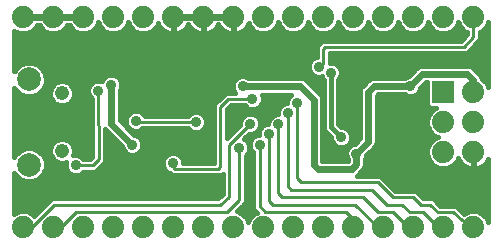
<source format=gbl>
G75*
%MOIN*%
%OFA0B0*%
%FSLAX24Y24*%
%IPPOS*%
%LPD*%
%AMOC8*
5,1,8,0,0,1.08239X$1,22.5*
%
%ADD10C,0.0740*%
%ADD11R,0.0740X0.0740*%
%ADD12C,0.0476*%
%ADD13C,0.0787*%
%ADD14C,0.0160*%
%ADD15C,0.0350*%
%ADD16C,0.0100*%
%ADD17C,0.0240*%
D10*
X003260Y000680D03*
X004260Y000680D03*
X005260Y000680D03*
X006260Y000680D03*
X007260Y000680D03*
X008260Y000680D03*
X009260Y000680D03*
X010260Y000680D03*
X011260Y000680D03*
X012260Y000680D03*
X013260Y000680D03*
X014260Y000680D03*
X015260Y000680D03*
X016260Y000680D03*
X017260Y000680D03*
X018260Y000680D03*
X018260Y003180D03*
X017260Y003180D03*
X017260Y004180D03*
X018260Y004180D03*
X018260Y005180D03*
X018260Y007680D03*
X017260Y007680D03*
X016260Y007680D03*
X015260Y007680D03*
X014260Y007680D03*
X013260Y007680D03*
X012260Y007680D03*
X011260Y007680D03*
X010260Y007680D03*
X009260Y007680D03*
X008260Y007680D03*
X007260Y007680D03*
X006260Y007680D03*
X005260Y007680D03*
X004260Y007680D03*
X003260Y007680D03*
D11*
X017260Y005180D03*
D12*
X004549Y005135D03*
X004549Y003225D03*
D13*
X003447Y002759D03*
X003447Y005601D03*
D14*
X002960Y002489D02*
X002960Y001129D01*
X003154Y001210D01*
X003365Y001210D01*
X003560Y001129D01*
X003623Y001066D01*
X004198Y001640D01*
X009733Y001640D01*
X009900Y001778D01*
X009900Y002461D01*
X009846Y002408D01*
X008223Y002408D01*
X008146Y002484D01*
X008057Y002521D01*
X007963Y002615D01*
X007912Y002738D01*
X007912Y002872D01*
X007963Y002995D01*
X008057Y003089D01*
X008180Y003140D01*
X008314Y003140D01*
X008437Y003089D01*
X008531Y002995D01*
X008582Y002872D01*
X008582Y002827D01*
X009612Y002827D01*
X009612Y004767D01*
X009875Y005029D01*
X009998Y005152D01*
X010313Y005152D01*
X010288Y005178D01*
X010237Y005301D01*
X010237Y005434D01*
X010288Y005557D01*
X010382Y005651D01*
X010505Y005702D01*
X010639Y005702D01*
X010762Y005651D01*
X010766Y005647D01*
X012553Y005647D01*
X012656Y005605D01*
X012734Y005526D01*
X013184Y005076D01*
X013227Y004973D01*
X013227Y002897D01*
X014080Y002897D01*
X014080Y002936D01*
X014076Y002940D01*
X014025Y003063D01*
X014025Y003197D01*
X014076Y003320D01*
X014170Y003414D01*
X014293Y003465D01*
X014299Y003465D01*
X014480Y003646D01*
X014480Y005236D01*
X014522Y005339D01*
X014601Y005417D01*
X014601Y005417D01*
X014722Y005539D01*
X014722Y005539D01*
X014801Y005617D01*
X014904Y005660D01*
X015966Y005660D01*
X015970Y005664D01*
X016093Y005715D01*
X016099Y005715D01*
X016322Y005939D01*
X016401Y006017D01*
X016504Y006060D01*
X018115Y006060D01*
X018218Y006017D01*
X018418Y005817D01*
X018497Y005739D01*
X018539Y005638D01*
X018560Y005629D01*
X018709Y005480D01*
X018760Y005358D01*
X018760Y007502D01*
X018709Y007380D01*
X018560Y007231D01*
X018470Y007193D01*
X018470Y007038D01*
X018476Y006959D01*
X018470Y006952D01*
X018470Y006943D01*
X018414Y006887D01*
X018170Y006602D01*
X018170Y006593D01*
X018114Y006537D01*
X018062Y006477D01*
X018053Y006477D01*
X018046Y006470D01*
X017968Y006470D01*
X017889Y006464D01*
X017882Y006470D01*
X013470Y006470D01*
X013470Y006165D01*
X013576Y006165D01*
X013699Y006114D01*
X013794Y006020D01*
X013845Y005897D01*
X013845Y005763D01*
X013794Y005640D01*
X013750Y005596D01*
X013750Y004129D01*
X013864Y004015D01*
X013926Y004015D01*
X014049Y003964D01*
X014144Y003870D01*
X014195Y003747D01*
X014195Y003613D01*
X014144Y003490D01*
X014049Y003396D01*
X013926Y003345D01*
X013793Y003345D01*
X013670Y003396D01*
X013576Y003490D01*
X013525Y003613D01*
X013525Y003676D01*
X013306Y003894D01*
X013270Y003982D01*
X013270Y005596D01*
X013226Y005640D01*
X013199Y005704D01*
X013176Y005695D01*
X013043Y005695D01*
X012920Y005746D01*
X012826Y005840D01*
X012775Y005963D01*
X012775Y006097D01*
X012826Y006220D01*
X012920Y006314D01*
X013043Y006365D01*
X013050Y006365D01*
X013050Y006717D01*
X013223Y006890D01*
X017863Y006890D01*
X018050Y007108D01*
X018050Y007193D01*
X017959Y007231D01*
X017810Y007380D01*
X017760Y007502D01*
X017709Y007380D01*
X017560Y007231D01*
X017365Y007150D01*
X017154Y007150D01*
X016959Y007231D01*
X016810Y007380D01*
X016760Y007502D01*
X016709Y007380D01*
X016560Y007231D01*
X016365Y007150D01*
X016154Y007150D01*
X015959Y007231D01*
X015810Y007380D01*
X015760Y007502D01*
X015709Y007380D01*
X015560Y007231D01*
X015365Y007150D01*
X015154Y007150D01*
X014959Y007231D01*
X014810Y007380D01*
X014760Y007502D01*
X014709Y007380D01*
X014560Y007231D01*
X014365Y007150D01*
X014154Y007150D01*
X013959Y007231D01*
X013810Y007380D01*
X013760Y007502D01*
X013709Y007380D01*
X013560Y007231D01*
X013365Y007150D01*
X013154Y007150D01*
X012959Y007231D01*
X012810Y007380D01*
X012760Y007502D01*
X012709Y007380D01*
X012560Y007231D01*
X012365Y007150D01*
X012154Y007150D01*
X011959Y007231D01*
X011810Y007380D01*
X011760Y007502D01*
X011709Y007380D01*
X011560Y007231D01*
X011365Y007150D01*
X011154Y007150D01*
X010959Y007231D01*
X010810Y007380D01*
X010771Y007474D01*
X010769Y007469D01*
X010730Y007392D01*
X010679Y007322D01*
X010618Y007260D01*
X010548Y007210D01*
X010471Y007170D01*
X010388Y007144D01*
X010303Y007130D01*
X010280Y007130D01*
X010280Y007660D01*
X010240Y007660D01*
X010240Y007130D01*
X010216Y007130D01*
X010131Y007144D01*
X010048Y007170D01*
X009971Y007210D01*
X009901Y007260D01*
X009840Y007322D01*
X009789Y007392D01*
X009760Y007450D01*
X009730Y007392D01*
X009679Y007322D01*
X009618Y007260D01*
X009548Y007210D01*
X009471Y007170D01*
X009388Y007144D01*
X009303Y007130D01*
X009280Y007130D01*
X009280Y007660D01*
X009280Y007700D01*
X010240Y007700D01*
X010240Y007660D01*
X009810Y007660D01*
X009280Y007660D01*
X009240Y007660D01*
X009240Y007130D01*
X009216Y007130D01*
X009131Y007144D01*
X009048Y007170D01*
X008971Y007210D01*
X008901Y007260D01*
X008840Y007322D01*
X008789Y007392D01*
X008760Y007450D01*
X008730Y007392D01*
X008679Y007322D01*
X008618Y007260D01*
X008548Y007210D01*
X008471Y007170D01*
X008388Y007144D01*
X008303Y007130D01*
X008280Y007130D01*
X008280Y007660D01*
X008280Y007700D01*
X009240Y007700D01*
X009240Y007660D01*
X008710Y007660D01*
X008280Y007660D01*
X008240Y007660D01*
X008240Y007130D01*
X008216Y007130D01*
X008131Y007144D01*
X008048Y007170D01*
X007971Y007210D01*
X007901Y007260D01*
X007840Y007322D01*
X007789Y007392D01*
X007750Y007469D01*
X007748Y007474D01*
X007709Y007380D01*
X007560Y007231D01*
X007365Y007150D01*
X007154Y007150D01*
X006959Y007231D01*
X006810Y007380D01*
X006760Y007502D01*
X006709Y007380D01*
X006560Y007231D01*
X006365Y007150D01*
X006154Y007150D01*
X005959Y007231D01*
X005810Y007380D01*
X005760Y007502D01*
X005709Y007380D01*
X005560Y007231D01*
X005365Y007150D01*
X005154Y007150D01*
X004959Y007231D01*
X004810Y007380D01*
X004802Y007400D01*
X004717Y007400D01*
X004709Y007380D01*
X004560Y007231D01*
X004365Y007150D01*
X004154Y007150D01*
X003959Y007231D01*
X003810Y007380D01*
X003802Y007400D01*
X003717Y007400D01*
X003709Y007380D01*
X003560Y007231D01*
X003365Y007150D01*
X003154Y007150D01*
X002960Y007231D01*
X002960Y005871D01*
X002978Y005915D01*
X003133Y006071D01*
X003337Y006155D01*
X003557Y006155D01*
X003761Y006071D01*
X003916Y005915D01*
X004001Y005711D01*
X004001Y005491D01*
X003916Y005288D01*
X003761Y005132D01*
X003557Y005048D01*
X003337Y005048D01*
X003133Y005132D01*
X002978Y005288D01*
X002960Y005331D01*
X002960Y003029D01*
X002978Y003072D01*
X003133Y003228D01*
X003337Y003312D01*
X003557Y003312D01*
X003761Y003228D01*
X003916Y003072D01*
X004001Y002869D01*
X004001Y002649D01*
X003916Y002445D01*
X003761Y002289D01*
X003557Y002205D01*
X003337Y002205D01*
X003133Y002289D01*
X002978Y002445D01*
X002960Y002489D01*
X002960Y002399D02*
X003024Y002399D01*
X002960Y002241D02*
X003251Y002241D01*
X002960Y002082D02*
X009900Y002082D01*
X009900Y001924D02*
X002960Y001924D01*
X002960Y001765D02*
X009883Y001765D01*
X010380Y001204D02*
X010670Y001493D01*
X010670Y003066D01*
X010744Y003140D01*
X010795Y003263D01*
X010795Y003397D01*
X010744Y003520D01*
X010649Y003614D01*
X010617Y003628D01*
X010777Y003783D01*
X010889Y003783D01*
X011012Y003834D01*
X011106Y003928D01*
X011157Y004051D01*
X011157Y004184D01*
X011106Y004307D01*
X011012Y004401D01*
X010889Y004452D01*
X010755Y004452D01*
X010632Y004401D01*
X010538Y004307D01*
X010487Y004184D01*
X010487Y004086D01*
X010032Y003647D01*
X010032Y004593D01*
X010171Y004733D01*
X010633Y004733D01*
X010707Y004659D01*
X010830Y004608D01*
X010964Y004608D01*
X011087Y004659D01*
X011181Y004753D01*
X011232Y004876D01*
X011232Y005009D01*
X011200Y005088D01*
X012168Y005088D01*
X012101Y005020D01*
X012050Y004897D01*
X012050Y004802D01*
X012005Y004802D01*
X011882Y004751D01*
X011788Y004657D01*
X011737Y004534D01*
X011737Y004440D01*
X011693Y004440D01*
X011570Y004389D01*
X011476Y004295D01*
X011425Y004172D01*
X011425Y004127D01*
X011380Y004127D01*
X011257Y004076D01*
X011163Y003982D01*
X011112Y003859D01*
X011112Y003765D01*
X011068Y003765D01*
X010945Y003714D01*
X010851Y003620D01*
X010800Y003497D01*
X010800Y003363D01*
X010851Y003240D01*
X010925Y003166D01*
X010925Y001281D01*
X011042Y001163D01*
X010959Y001129D01*
X010810Y000980D01*
X010760Y000858D01*
X010709Y000980D01*
X010560Y001129D01*
X010380Y001204D01*
X010466Y001290D02*
X010925Y001290D01*
X010963Y001131D02*
X010556Y001131D01*
X010712Y000973D02*
X010807Y000973D01*
X010925Y001448D02*
X010624Y001448D01*
X010670Y001607D02*
X010925Y001607D01*
X010925Y001765D02*
X010670Y001765D01*
X010670Y001924D02*
X010925Y001924D01*
X010925Y002082D02*
X010670Y002082D01*
X010670Y002241D02*
X010925Y002241D01*
X010925Y002399D02*
X010670Y002399D01*
X010670Y002558D02*
X010925Y002558D01*
X010925Y002716D02*
X010670Y002716D01*
X010670Y002875D02*
X010925Y002875D01*
X010925Y003033D02*
X010670Y003033D01*
X010765Y003192D02*
X010899Y003192D01*
X010805Y003350D02*
X010795Y003350D01*
X010804Y003509D02*
X010748Y003509D01*
X010658Y003667D02*
X010898Y003667D01*
X010992Y003826D02*
X011112Y003826D01*
X011129Y003984D02*
X011165Y003984D01*
X011157Y004143D02*
X011425Y004143D01*
X011482Y004301D02*
X011109Y004301D01*
X010989Y004618D02*
X011772Y004618D01*
X011737Y004460D02*
X010032Y004460D01*
X010057Y004618D02*
X010805Y004618D01*
X011191Y004777D02*
X011943Y004777D01*
X012065Y004935D02*
X011232Y004935D01*
X010257Y005252D02*
X006473Y005252D01*
X006469Y005240D02*
X006520Y005363D01*
X006520Y005497D01*
X006469Y005620D01*
X006374Y005714D01*
X006251Y005765D01*
X006118Y005765D01*
X005995Y005714D01*
X005901Y005620D01*
X005870Y005547D01*
X005826Y005565D01*
X005693Y005565D01*
X005570Y005514D01*
X005476Y005420D01*
X005425Y005297D01*
X005425Y005163D01*
X005476Y005040D01*
X005551Y004965D01*
X005559Y003027D01*
X005483Y002950D01*
X005263Y002950D01*
X005189Y003024D01*
X005066Y003075D01*
X004933Y003075D01*
X004915Y003068D01*
X004947Y003146D01*
X004947Y003304D01*
X004887Y003451D01*
X004775Y003563D01*
X004629Y003623D01*
X004470Y003623D01*
X004324Y003563D01*
X004212Y003451D01*
X004151Y003304D01*
X004151Y003146D01*
X004212Y003000D01*
X004324Y002888D01*
X004470Y002827D01*
X004629Y002827D01*
X004682Y002849D01*
X004665Y002807D01*
X004665Y002673D01*
X004716Y002550D01*
X004810Y002456D01*
X004933Y002405D01*
X005066Y002405D01*
X005189Y002456D01*
X005263Y002530D01*
X005656Y002530D01*
X005780Y002653D01*
X005857Y002730D01*
X005857Y002730D01*
X005918Y002792D01*
X005980Y002853D01*
X005980Y002854D01*
X005980Y002940D01*
X005980Y003027D01*
X005979Y003027D01*
X005975Y003943D01*
X006550Y003369D01*
X006550Y003363D01*
X006601Y003240D01*
X006695Y003146D01*
X006818Y003095D01*
X006951Y003095D01*
X007074Y003146D01*
X007169Y003240D01*
X007220Y003363D01*
X007220Y003497D01*
X007169Y003620D01*
X007074Y003714D01*
X006951Y003765D01*
X006945Y003765D01*
X006465Y004246D01*
X006465Y005236D01*
X006469Y005240D01*
X006465Y005094D02*
X009939Y005094D01*
X009780Y004935D02*
X006465Y004935D01*
X006465Y004777D02*
X009622Y004777D01*
X009612Y004618D02*
X006465Y004618D01*
X006465Y004460D02*
X006765Y004460D01*
X006726Y004420D02*
X006820Y004514D01*
X006943Y004565D01*
X007076Y004565D01*
X007199Y004514D01*
X007294Y004420D01*
X007306Y004390D01*
X008746Y004390D01*
X008820Y004464D01*
X008943Y004515D01*
X009076Y004515D01*
X009199Y004464D01*
X009294Y004370D01*
X009345Y004247D01*
X009345Y004113D01*
X009294Y003990D01*
X009199Y003896D01*
X009076Y003845D01*
X008943Y003845D01*
X008820Y003896D01*
X008746Y003970D01*
X007223Y003970D01*
X007199Y003946D01*
X007076Y003895D01*
X006943Y003895D01*
X006820Y003946D01*
X006726Y004040D01*
X006675Y004163D01*
X006675Y004297D01*
X006726Y004420D01*
X006676Y004301D02*
X006465Y004301D01*
X006568Y004143D02*
X006683Y004143D01*
X006726Y003984D02*
X006782Y003984D01*
X006885Y003826D02*
X009612Y003826D01*
X009612Y003667D02*
X007121Y003667D01*
X007215Y003509D02*
X009612Y003509D01*
X009612Y003350D02*
X007214Y003350D01*
X007120Y003192D02*
X009612Y003192D01*
X009612Y003033D02*
X008493Y003033D01*
X008581Y002875D02*
X009612Y002875D01*
X009900Y002399D02*
X003870Y002399D01*
X003643Y002241D02*
X009900Y002241D01*
X008021Y002558D02*
X005684Y002558D01*
X005843Y002716D02*
X007921Y002716D01*
X007913Y002875D02*
X005980Y002875D01*
X005980Y002854D02*
X005980Y002854D01*
X005979Y003033D02*
X008001Y003033D01*
X006649Y003192D02*
X005978Y003192D01*
X005978Y003350D02*
X006555Y003350D01*
X006410Y003509D02*
X005977Y003509D01*
X005976Y003667D02*
X006252Y003667D01*
X006093Y003826D02*
X005976Y003826D01*
X005556Y003826D02*
X002960Y003826D01*
X002960Y003667D02*
X005556Y003667D01*
X005557Y003509D02*
X004829Y003509D01*
X004929Y003350D02*
X005558Y003350D01*
X005558Y003192D02*
X004947Y003192D01*
X005168Y003033D02*
X005559Y003033D01*
X004665Y002716D02*
X004001Y002716D01*
X003963Y002558D02*
X004713Y002558D01*
X004356Y002875D02*
X003998Y002875D01*
X003933Y003033D02*
X004198Y003033D01*
X004151Y003192D02*
X003797Y003192D01*
X004170Y003350D02*
X002960Y003350D01*
X002960Y003509D02*
X004270Y003509D01*
X003097Y003192D02*
X002960Y003192D01*
X002960Y003033D02*
X002961Y003033D01*
X002960Y003984D02*
X005555Y003984D01*
X005554Y004143D02*
X002960Y004143D01*
X002960Y004301D02*
X005554Y004301D01*
X005553Y004460D02*
X002960Y004460D01*
X002960Y004618D02*
X005552Y004618D01*
X005551Y004777D02*
X004725Y004777D01*
X004775Y004797D02*
X004887Y004909D01*
X004947Y005056D01*
X004947Y005214D01*
X004887Y005360D01*
X004775Y005472D01*
X004629Y005533D01*
X004470Y005533D01*
X004324Y005472D01*
X004212Y005360D01*
X004151Y005214D01*
X004151Y005056D01*
X004212Y004909D01*
X004324Y004797D01*
X004470Y004737D01*
X004629Y004737D01*
X004775Y004797D01*
X004898Y004935D02*
X005551Y004935D01*
X005453Y005094D02*
X004947Y005094D01*
X004932Y005252D02*
X005425Y005252D01*
X005472Y005411D02*
X004837Y005411D01*
X004262Y005411D02*
X003967Y005411D01*
X004001Y005569D02*
X005879Y005569D01*
X006027Y005728D02*
X003994Y005728D01*
X003928Y005886D02*
X012807Y005886D01*
X012775Y006045D02*
X003787Y006045D01*
X003107Y006045D02*
X002960Y006045D01*
X002960Y005886D02*
X002966Y005886D01*
X002960Y006203D02*
X012819Y006203D01*
X013034Y006362D02*
X002960Y006362D01*
X002960Y006520D02*
X013050Y006520D01*
X013050Y006679D02*
X002960Y006679D01*
X002960Y006837D02*
X013170Y006837D01*
X013144Y007154D02*
X012375Y007154D01*
X012144Y007154D02*
X011375Y007154D01*
X011144Y007154D02*
X010421Y007154D01*
X010280Y007154D02*
X010240Y007154D01*
X010099Y007154D02*
X009421Y007154D01*
X009280Y007154D02*
X009240Y007154D01*
X009099Y007154D02*
X008421Y007154D01*
X008280Y007154D02*
X008240Y007154D01*
X008099Y007154D02*
X007375Y007154D01*
X007144Y007154D02*
X006375Y007154D01*
X006144Y007154D02*
X005375Y007154D01*
X005144Y007154D02*
X004375Y007154D01*
X004144Y007154D02*
X003375Y007154D01*
X003144Y007154D02*
X002960Y007154D01*
X002960Y006996D02*
X017953Y006996D01*
X018050Y007154D02*
X017375Y007154D01*
X017144Y007154D02*
X016375Y007154D01*
X016144Y007154D02*
X015375Y007154D01*
X015144Y007154D02*
X014375Y007154D01*
X014144Y007154D02*
X013375Y007154D01*
X013642Y007313D02*
X013877Y007313D01*
X013772Y007471D02*
X013747Y007471D01*
X012877Y007313D02*
X012642Y007313D01*
X012747Y007471D02*
X012772Y007471D01*
X011877Y007313D02*
X011642Y007313D01*
X011747Y007471D02*
X011772Y007471D01*
X010877Y007313D02*
X010670Y007313D01*
X010770Y007471D02*
X010772Y007471D01*
X010280Y007471D02*
X010240Y007471D01*
X010240Y007313D02*
X010280Y007313D01*
X009849Y007313D02*
X009670Y007313D01*
X009280Y007313D02*
X009240Y007313D01*
X009240Y007471D02*
X009280Y007471D01*
X009280Y007630D02*
X009240Y007630D01*
X008849Y007313D02*
X008670Y007313D01*
X008280Y007313D02*
X008240Y007313D01*
X008240Y007471D02*
X008280Y007471D01*
X008280Y007630D02*
X008240Y007630D01*
X007849Y007313D02*
X007642Y007313D01*
X007747Y007471D02*
X007749Y007471D01*
X006877Y007313D02*
X006642Y007313D01*
X006747Y007471D02*
X006772Y007471D01*
X005877Y007313D02*
X005642Y007313D01*
X005747Y007471D02*
X005772Y007471D01*
X004877Y007313D02*
X004642Y007313D01*
X003877Y007313D02*
X003642Y007313D01*
X006342Y005728D02*
X012964Y005728D01*
X012691Y005569D02*
X013270Y005569D01*
X013270Y005411D02*
X012850Y005411D01*
X013008Y005252D02*
X013270Y005252D01*
X013270Y005094D02*
X013167Y005094D01*
X013227Y004935D02*
X013270Y004935D01*
X013270Y004777D02*
X013227Y004777D01*
X013227Y004618D02*
X013270Y004618D01*
X013270Y004460D02*
X013227Y004460D01*
X013227Y004301D02*
X013270Y004301D01*
X013270Y004143D02*
X013227Y004143D01*
X013227Y003984D02*
X013270Y003984D01*
X013510Y004030D02*
X013860Y003680D01*
X014162Y003826D02*
X014480Y003826D01*
X014480Y003667D02*
X014195Y003667D01*
X014151Y003509D02*
X014342Y003509D01*
X014106Y003350D02*
X013938Y003350D01*
X013781Y003350D02*
X013227Y003350D01*
X013227Y003509D02*
X013568Y003509D01*
X013525Y003667D02*
X013227Y003667D01*
X013227Y003826D02*
X013375Y003826D01*
X013510Y004030D02*
X013510Y005830D01*
X013830Y005728D02*
X016111Y005728D01*
X016270Y005886D02*
X013845Y005886D01*
X013769Y006045D02*
X016466Y006045D01*
X016675Y005500D02*
X016730Y005500D01*
X016730Y004744D01*
X016823Y004650D01*
X017009Y004650D01*
X016959Y004629D01*
X016810Y004480D01*
X016730Y004285D01*
X016730Y004075D01*
X016810Y003880D01*
X016959Y003731D01*
X017082Y003680D01*
X016959Y003629D01*
X016810Y003480D01*
X016730Y003285D01*
X016730Y003075D01*
X016810Y002880D01*
X016959Y002731D01*
X017154Y002650D01*
X017365Y002650D01*
X017560Y002731D01*
X017709Y002880D01*
X017748Y002974D01*
X017750Y002969D01*
X017789Y002892D01*
X017840Y002822D01*
X017901Y002760D01*
X017971Y002710D01*
X018048Y002670D01*
X018131Y002644D01*
X018216Y002630D01*
X018240Y002630D01*
X018240Y003160D01*
X018280Y003160D01*
X018280Y002630D01*
X018303Y002630D01*
X018388Y002644D01*
X018471Y002670D01*
X018548Y002710D01*
X018618Y002760D01*
X018679Y002822D01*
X018730Y002892D01*
X018760Y002950D01*
X018760Y000858D01*
X018709Y000980D01*
X018560Y001129D01*
X018365Y001210D01*
X018154Y001210D01*
X017959Y001129D01*
X017953Y001123D01*
X017716Y001333D01*
X017659Y001390D01*
X017652Y001390D01*
X017647Y001395D01*
X017566Y001390D01*
X017159Y001390D01*
X016909Y001640D01*
X016596Y001640D01*
X016346Y001890D01*
X015659Y001890D01*
X015159Y002390D01*
X014375Y002390D01*
X014444Y002459D01*
X014518Y002533D01*
X014597Y002612D01*
X014640Y002715D01*
X014640Y002936D01*
X014644Y002940D01*
X014695Y003063D01*
X014695Y003069D01*
X014918Y003293D01*
X014997Y003371D01*
X015040Y003474D01*
X015040Y005064D01*
X015075Y005100D01*
X015966Y005100D01*
X015970Y005096D01*
X016093Y005045D01*
X016226Y005045D01*
X016349Y005096D01*
X016444Y005190D01*
X016495Y005313D01*
X016495Y005319D01*
X016675Y005500D01*
X016730Y005411D02*
X016586Y005411D01*
X016469Y005252D02*
X016730Y005252D01*
X016730Y005094D02*
X016343Y005094D01*
X015976Y005094D02*
X015069Y005094D01*
X015040Y004935D02*
X016730Y004935D01*
X016730Y004777D02*
X015040Y004777D01*
X015040Y004618D02*
X016948Y004618D01*
X016802Y004460D02*
X015040Y004460D01*
X015040Y004301D02*
X016736Y004301D01*
X016730Y004143D02*
X015040Y004143D01*
X015040Y003984D02*
X016767Y003984D01*
X016864Y003826D02*
X015040Y003826D01*
X015040Y003667D02*
X017050Y003667D01*
X016838Y003509D02*
X015040Y003509D01*
X014975Y003350D02*
X016756Y003350D01*
X016730Y003192D02*
X014817Y003192D01*
X014918Y003293D02*
X014918Y003293D01*
X014682Y003033D02*
X016747Y003033D01*
X016815Y002875D02*
X014640Y002875D01*
X014640Y002716D02*
X016995Y002716D01*
X017524Y002716D02*
X017962Y002716D01*
X017802Y002875D02*
X017704Y002875D01*
X018240Y002875D02*
X018280Y002875D01*
X018280Y003033D02*
X018240Y003033D01*
X018717Y002875D02*
X018760Y002875D01*
X018760Y002716D02*
X018557Y002716D01*
X018760Y002558D02*
X014543Y002558D01*
X014384Y002399D02*
X018760Y002399D01*
X018760Y002241D02*
X015308Y002241D01*
X015467Y002082D02*
X018760Y002082D01*
X018760Y001924D02*
X015625Y001924D01*
X016471Y001765D02*
X018760Y001765D01*
X018760Y001607D02*
X016942Y001607D01*
X017101Y001448D02*
X018760Y001448D01*
X018760Y001290D02*
X017765Y001290D01*
X017943Y001131D02*
X017963Y001131D01*
X018556Y001131D02*
X018760Y001131D01*
X018760Y000973D02*
X018712Y000973D01*
X018280Y002716D02*
X018240Y002716D01*
X014480Y003984D02*
X014001Y003984D01*
X013750Y004143D02*
X014480Y004143D01*
X014480Y004301D02*
X013750Y004301D01*
X013750Y004460D02*
X014480Y004460D01*
X014480Y004618D02*
X013750Y004618D01*
X013750Y004777D02*
X014480Y004777D01*
X014480Y004935D02*
X013750Y004935D01*
X013750Y005094D02*
X014480Y005094D01*
X014486Y005252D02*
X013750Y005252D01*
X013750Y005411D02*
X014594Y005411D01*
X014753Y005569D02*
X013750Y005569D01*
X013470Y006203D02*
X018760Y006203D01*
X018760Y006362D02*
X013470Y006362D01*
X014642Y007313D02*
X014877Y007313D01*
X014772Y007471D02*
X014747Y007471D01*
X015642Y007313D02*
X015877Y007313D01*
X015772Y007471D02*
X015747Y007471D01*
X016642Y007313D02*
X016877Y007313D01*
X016772Y007471D02*
X016747Y007471D01*
X017642Y007313D02*
X017877Y007313D01*
X017772Y007471D02*
X017747Y007471D01*
X018470Y007154D02*
X018760Y007154D01*
X018760Y006996D02*
X018473Y006996D01*
X018371Y006837D02*
X018760Y006837D01*
X018760Y006679D02*
X018235Y006679D01*
X018099Y006520D02*
X018760Y006520D01*
X018760Y006045D02*
X018153Y006045D01*
X018349Y005886D02*
X018760Y005886D01*
X018760Y005728D02*
X018501Y005728D01*
X018620Y005569D02*
X018760Y005569D01*
X018760Y005411D02*
X018738Y005411D01*
X018760Y007313D02*
X018642Y007313D01*
X018747Y007471D02*
X018760Y007471D01*
X014025Y003192D02*
X013227Y003192D01*
X013227Y003033D02*
X014037Y003033D01*
X010487Y004143D02*
X010032Y004143D01*
X010032Y003984D02*
X010381Y003984D01*
X010217Y003826D02*
X010032Y003826D01*
X010032Y003667D02*
X010053Y003667D01*
X009612Y003984D02*
X009287Y003984D01*
X009345Y004143D02*
X009612Y004143D01*
X009612Y004301D02*
X009322Y004301D01*
X009204Y004460D02*
X009612Y004460D01*
X010032Y004301D02*
X010535Y004301D01*
X008815Y004460D02*
X007254Y004460D01*
X006520Y005411D02*
X010237Y005411D01*
X010300Y005569D02*
X006490Y005569D01*
X004374Y004777D02*
X002960Y004777D01*
X002960Y004935D02*
X004201Y004935D01*
X004151Y005094D02*
X003668Y005094D01*
X003881Y005252D02*
X004167Y005252D01*
X003226Y005094D02*
X002960Y005094D01*
X002960Y005252D02*
X003013Y005252D01*
X002960Y001607D02*
X004164Y001607D01*
X004006Y001448D02*
X002960Y001448D01*
X002960Y001290D02*
X003847Y001290D01*
X003689Y001131D02*
X003556Y001131D01*
X002963Y001131D02*
X002960Y001131D01*
X010240Y007630D02*
X010280Y007630D01*
D15*
X008560Y006080D03*
X008635Y005305D03*
X009035Y004993D03*
X009010Y004180D03*
X010460Y003330D03*
X011135Y003430D03*
X011447Y003793D03*
X011760Y004105D03*
X011260Y004430D03*
X010822Y004118D03*
X012072Y004468D03*
X012385Y004830D03*
X010897Y004943D03*
X010572Y005368D03*
X013110Y006030D03*
X013510Y005830D03*
X015822Y005868D03*
X016160Y005380D03*
X015972Y004655D03*
X016472Y004505D03*
X015972Y004080D03*
X016472Y004005D03*
X014360Y003130D03*
X013872Y003130D03*
X013860Y003680D03*
X014060Y004130D03*
X017635Y001743D03*
X018635Y001930D03*
X008247Y002805D03*
X006885Y003430D03*
X007010Y004230D03*
X005760Y005230D03*
X006185Y005430D03*
X005560Y005655D03*
X006947Y005993D03*
X006947Y006555D03*
X003510Y006680D03*
X003135Y006868D03*
X003135Y006430D03*
X005000Y002740D03*
X004635Y002243D03*
X004197Y002493D03*
X004697Y001743D03*
D16*
X004285Y001430D02*
X003535Y000680D01*
X003260Y000680D01*
X004260Y000680D02*
X004510Y000680D01*
X005010Y001180D01*
X010060Y001180D01*
X010460Y001580D01*
X010460Y003330D01*
X010110Y003430D02*
X010110Y001680D01*
X009810Y001430D01*
X004285Y001430D01*
X005000Y002740D02*
X005570Y002740D01*
X005770Y002940D01*
X005760Y005230D01*
X007010Y004230D02*
X007060Y004180D01*
X009010Y004180D01*
X009822Y004680D02*
X010085Y004943D01*
X010897Y004943D01*
X009822Y004680D02*
X009822Y002680D01*
X009760Y002618D01*
X008310Y002618D01*
X008247Y002680D01*
X008247Y002805D01*
X010110Y003430D02*
X010822Y004118D01*
X011447Y003793D02*
X011447Y001555D01*
X011572Y001430D01*
X014322Y001430D01*
X015072Y000680D01*
X015260Y000680D01*
X015572Y001180D02*
X016072Y000680D01*
X016260Y000680D01*
X016135Y001180D02*
X016572Y001180D01*
X017072Y000680D01*
X017260Y000680D01*
X017572Y001180D02*
X018135Y000680D01*
X018260Y000680D01*
X017572Y001180D02*
X017072Y001180D01*
X016822Y001430D01*
X016510Y001430D01*
X016260Y001680D01*
X015572Y001680D01*
X015072Y002180D01*
X012510Y002180D01*
X012385Y002305D01*
X012385Y004830D01*
X012072Y004468D02*
X012072Y002055D01*
X012197Y001930D01*
X014885Y001930D01*
X015385Y001430D01*
X015885Y001430D01*
X016135Y001180D01*
X015572Y001180D02*
X015072Y001180D01*
X014572Y001680D01*
X011885Y001680D01*
X011760Y001805D01*
X011760Y004105D01*
X011135Y003430D02*
X011135Y001368D01*
X011322Y001180D01*
X014022Y001180D01*
X014260Y000943D01*
X014260Y000680D01*
X013160Y006030D02*
X013260Y006130D01*
X013260Y006630D01*
X013310Y006680D01*
X017960Y006680D01*
X018260Y007030D01*
X018260Y007680D01*
X013160Y006030D02*
X013110Y006030D01*
D17*
X012497Y005368D02*
X010572Y005368D01*
X012497Y005368D02*
X012947Y004918D01*
X012947Y002743D01*
X013072Y002618D01*
X014207Y002618D01*
X014360Y002770D01*
X014360Y003130D01*
X014760Y003530D01*
X014760Y005180D01*
X014960Y005380D01*
X016160Y005380D01*
X016560Y005780D01*
X018060Y005780D01*
X018260Y005580D01*
X018260Y005180D01*
X006885Y003430D02*
X006185Y004130D01*
X006185Y005430D01*
X005260Y007680D02*
X004260Y007680D01*
X003260Y007680D01*
M02*

</source>
